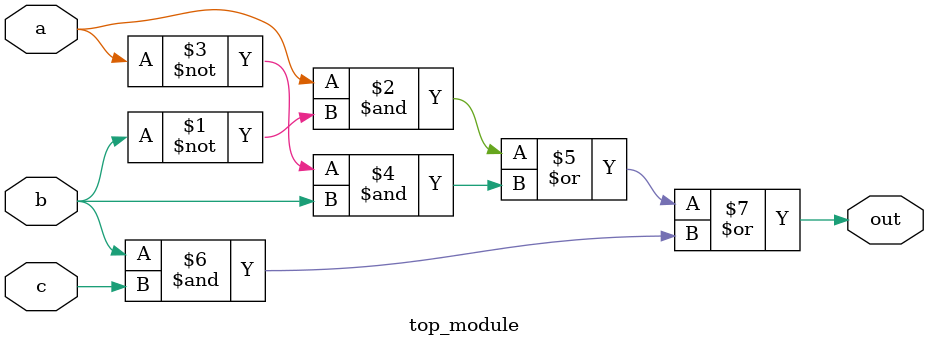
<source format=sv>
module top_module(
    input a, 
    input b,
    input c,
    output out
);

assign out = (a & ~b) | (~a & b) | b & c;

endmodule

</source>
